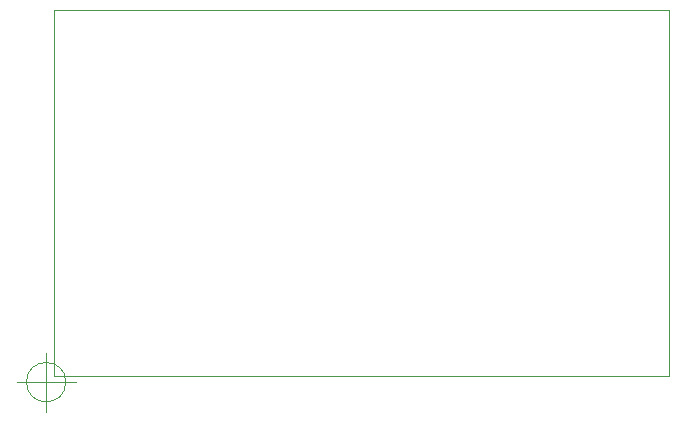
<source format=gbr>
G04 #@! TF.GenerationSoftware,KiCad,Pcbnew,5.1.4-3.fc30*
G04 #@! TF.CreationDate,2019-11-13T22:00:14+01:00*
G04 #@! TF.ProjectId,dpf_ressure_dumper,6470665f-7265-4737-9375-72655f64756d,rev?*
G04 #@! TF.SameCoordinates,Original*
G04 #@! TF.FileFunction,Profile,NP*
%FSLAX46Y46*%
G04 Gerber Fmt 4.6, Leading zero omitted, Abs format (unit mm)*
G04 Created by KiCad (PCBNEW 5.1.4-3.fc30) date 2019-11-13 22:00:14*
%MOMM*%
%LPD*%
G04 APERTURE LIST*
%ADD10C,0.050000*%
G04 APERTURE END LIST*
D10*
X171587586Y-152029160D02*
G75*
G03X171587586Y-152029160I-1666666J0D01*
G01*
X167420920Y-152029160D02*
X172420920Y-152029160D01*
X169920920Y-149529160D02*
X169920920Y-154529160D01*
X222618300Y-120558560D02*
X170624500Y-120558560D01*
X222618300Y-151485600D02*
X222618300Y-120558560D01*
X170624500Y-151485600D02*
X222618300Y-151485600D01*
X170624500Y-120558560D02*
X170624500Y-151485600D01*
M02*

</source>
